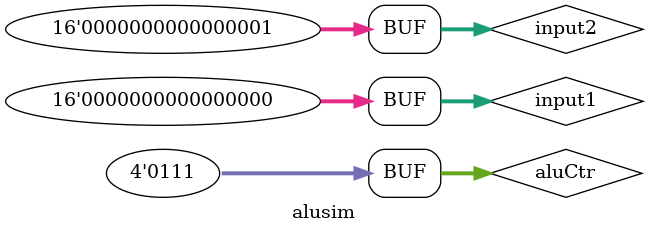
<source format=v>
`timescale 1ns / 1ps


module alusim; 
// Inputs 
reg [15:0] input1; 
reg [15:0] input2; 
reg [3:0] aluCtr; 
// Outputs 
wire [15:0] aluRes; 
wire zero; 
// Instantiate the Unit Under Test (UUT) 
alu uut ( 
.input1(input1), 
.input2(input2), 
.aluCtr(aluCtr), 
.aluRes(aluRes), 
.zero(zero) 
); 
initial begin 
// Initialize Inputs 
input1 = 1; 
input2 = 1; 
aluCtr = 4'b0110; 
#100; 
input1 = 2; 
input2 = 1; 
aluCtr = 4'b0110; 
#100 
input1 = 1; 
input2 = 1; 
aluCtr = 4'b0010; 
#100 
input1 = 1; 
input2 = 0; 
aluCtr = 4'b0000; 
#100 
input1 = 1; 
input2 = 0; 
aluCtr = 4'b0001; 
#100 
input1 = 1; 
input2 = 0; 
aluCtr = 4'b0111; 
#100 
input1 = 0; 
input2 = 1; 
aluCtr = 4'b0111; 
end 
endmodule 
</source>
